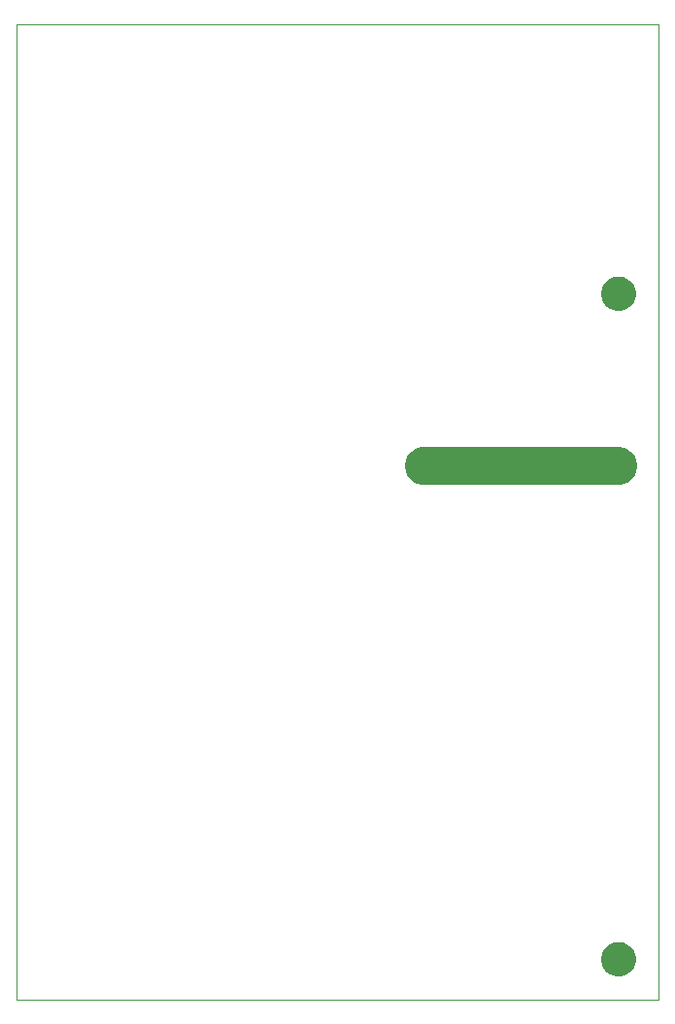
<source format=gbr>
%TF.GenerationSoftware,Altium Limited,Altium Designer,24.8.2 (39)*%
G04 Layer_Color=0*
%FSLAX42Y42*%
%MOMM*%
%TF.SameCoordinates,BB747903-394C-41F1-A4B2-47FFA63BDE77*%
%TF.FilePolarity,Positive*%
%TF.FileFunction,Profile,NP*%
%TF.Part,Single*%
G01*
G75*
%TA.AperFunction,Profile*%
%ADD32C,0.03*%
G36*
X3550Y4513D02*
X5250D01*
X5264D01*
X5290Y4518D01*
X5315Y4528D01*
X5337Y4543D01*
X5357Y4563D01*
X5372Y4585D01*
X5382Y4610D01*
X5387Y4636D01*
Y4650D01*
Y4664D01*
X5382Y4690D01*
X5372Y4715D01*
X5357Y4737D01*
X5337Y4757D01*
X5315Y4772D01*
X5290Y4782D01*
X5264Y4787D01*
X5250D01*
D01*
X3550D01*
X3536D01*
X3510Y4782D01*
X3485Y4772D01*
X3463Y4757D01*
X3443Y4737D01*
X3428Y4715D01*
X3418Y4690D01*
X3413Y4664D01*
Y4650D01*
Y4636D01*
X3418Y4610D01*
X3428Y4585D01*
X3443Y4563D01*
X3463Y4543D01*
X3485Y4528D01*
X3510Y4518D01*
X3536Y4513D01*
X3550D01*
D01*
D02*
G37*
G36*
Y4487D02*
X5250D01*
X5266D01*
X5297Y4494D01*
X5327Y4506D01*
X5354Y4524D01*
X5376Y4546D01*
X5394Y4573D01*
X5406Y4603D01*
X5413Y4634D01*
Y4650D01*
Y4666D01*
X5406Y4697D01*
X5394Y4727D01*
X5376Y4754D01*
X5354Y4776D01*
X5327Y4794D01*
X5297Y4806D01*
X5266Y4813D01*
X5250D01*
D01*
X3550D01*
X3534D01*
X3503Y4806D01*
X3473Y4794D01*
X3446Y4776D01*
X3424Y4754D01*
X3406Y4727D01*
X3394Y4697D01*
X3387Y4666D01*
Y4650D01*
Y4634D01*
X3394Y4603D01*
X3406Y4573D01*
X3424Y4546D01*
X3446Y4524D01*
X3473Y4506D01*
X3503Y4494D01*
X3534Y4487D01*
X3550D01*
D01*
D02*
G37*
G36*
Y4500D02*
X3535D01*
X3506Y4506D01*
X3479Y4517D01*
X3454Y4533D01*
X3433Y4554D01*
X3417Y4579D01*
X3406Y4606D01*
X3400Y4635D01*
Y4650D01*
Y4665D01*
X3406Y4694D01*
X3417Y4721D01*
X3433Y4746D01*
X3454Y4767D01*
X3479Y4783D01*
X3506Y4794D01*
X3535Y4800D01*
X3550D01*
D01*
X5250D01*
X5265D01*
X5294Y4794D01*
X5321Y4783D01*
X5346Y4767D01*
X5367Y4746D01*
X5383Y4721D01*
X5394Y4694D01*
X5400Y4665D01*
Y4650D01*
Y4635D01*
X5394Y4606D01*
X5383Y4579D01*
X5367Y4554D01*
X5346Y4533D01*
X5321Y4517D01*
X5294Y4506D01*
X5265Y4500D01*
X5250D01*
D01*
X3550D01*
D02*
G37*
G36*
X5100Y350D02*
Y335D01*
X5106Y306D01*
X5117Y279D01*
X5133Y254D01*
X5154Y233D01*
X5179Y217D01*
X5206Y206D01*
X5235Y200D01*
X5250D01*
X5265D01*
X5294Y206D01*
X5321Y217D01*
X5346Y233D01*
X5367Y254D01*
X5383Y279D01*
X5394Y306D01*
X5400Y335D01*
Y350D01*
Y365D01*
X5394Y394D01*
X5383Y421D01*
X5367Y446D01*
X5346Y467D01*
X5321Y483D01*
X5294Y494D01*
X5265Y500D01*
X5250D01*
X5235D01*
X5206Y494D01*
X5179Y483D01*
X5154Y467D01*
X5133Y446D01*
X5117Y421D01*
X5106Y394D01*
X5100Y365D01*
Y350D01*
D01*
D02*
G37*
G36*
X5250Y6000D02*
X5235D01*
X5206Y6006D01*
X5179Y6017D01*
X5154Y6033D01*
X5133Y6054D01*
X5117Y6079D01*
X5106Y6106D01*
X5100Y6135D01*
Y6150D01*
Y6165D01*
X5106Y6194D01*
X5117Y6221D01*
X5133Y6246D01*
X5154Y6267D01*
X5179Y6283D01*
X5206Y6294D01*
X5235Y6300D01*
X5250D01*
X5265D01*
X5294Y6294D01*
X5321Y6283D01*
X5346Y6267D01*
X5367Y6246D01*
X5383Y6221D01*
X5394Y6194D01*
X5400Y6165D01*
Y6150D01*
Y6135D01*
X5394Y6106D01*
X5383Y6079D01*
X5367Y6054D01*
X5346Y6033D01*
X5321Y6017D01*
X5294Y6006D01*
X5265Y6000D01*
X5250D01*
D01*
D02*
G37*
D32*
X0Y0D02*
X5600D01*
Y8500D01*
X0D01*
Y0D01*
%TF.MD5,530af0e7134ec59572131ea5dcc88b09*%
M02*

</source>
